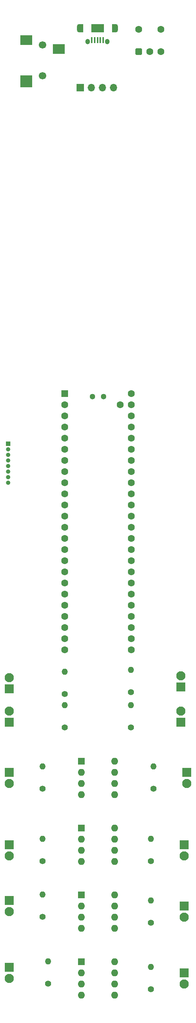
<source format=gbr>
%TF.GenerationSoftware,KiCad,Pcbnew,(6.0.1-0)*%
%TF.CreationDate,2022-01-31T22:43:00-05:00*%
%TF.ProjectId,Podoboard_0.3,506f646f-626f-4617-9264-5f302e332e6b,rev?*%
%TF.SameCoordinates,Original*%
%TF.FileFunction,Soldermask,Top*%
%TF.FilePolarity,Negative*%
%FSLAX46Y46*%
G04 Gerber Fmt 4.6, Leading zero omitted, Abs format (unit mm)*
G04 Created by KiCad (PCBNEW (6.0.1-0)) date 2022-01-31 22:43:00*
%MOMM*%
%LPD*%
G01*
G04 APERTURE LIST*
G04 Aperture macros list*
%AMRoundRect*
0 Rectangle with rounded corners*
0 $1 Rounding radius*
0 $2 $3 $4 $5 $6 $7 $8 $9 X,Y pos of 4 corners*
0 Add a 4 corners polygon primitive as box body*
4,1,4,$2,$3,$4,$5,$6,$7,$8,$9,$2,$3,0*
0 Add four circle primitives for the rounded corners*
1,1,$1+$1,$2,$3*
1,1,$1+$1,$4,$5*
1,1,$1+$1,$6,$7*
1,1,$1+$1,$8,$9*
0 Add four rect primitives between the rounded corners*
20,1,$1+$1,$2,$3,$4,$5,0*
20,1,$1+$1,$4,$5,$6,$7,0*
20,1,$1+$1,$6,$7,$8,$9,0*
20,1,$1+$1,$8,$9,$2,$3,0*%
G04 Aperture macros list end*
%ADD10C,1.600000*%
%ADD11RoundRect,0.400000X-0.400000X0.400000X-0.400000X-0.400000X0.400000X-0.400000X0.400000X0.400000X0*%
%ADD12R,1.700000X1.700000*%
%ADD13O,1.700000X1.700000*%
%ADD14R,1.600000X1.600000*%
%ADD15C,1.300000*%
%ADD16C,1.400000*%
%ADD17O,1.400000X1.400000*%
%ADD18O,1.600000X1.600000*%
%ADD19R,2.100000X2.100000*%
%ADD20C,2.100000*%
%ADD21C,1.700000*%
%ADD22R,2.800000X2.200000*%
%ADD23R,2.800000X2.800000*%
%ADD24R,1.000000X1.000000*%
%ADD25O,1.000000X1.000000*%
%ADD26R,0.400000X1.350000*%
%ADD27O,1.050000X1.250000*%
%ADD28R,2.900000X1.900000*%
%ADD29R,0.875000X1.900000*%
%ADD30O,1.000000X1.900000*%
G04 APERTURE END LIST*
D10*
%TO.C,SW1*%
X66675000Y-16520000D03*
X61595000Y-16520000D03*
D11*
X61595000Y-21600000D03*
D10*
X64135000Y-21600000D03*
X66675000Y-21600000D03*
%TD*%
D12*
%TO.C,J9*%
X48270000Y-29845000D03*
D13*
X50810000Y-29845000D03*
X53350000Y-29845000D03*
X55890000Y-29845000D03*
%TD*%
D14*
%TO.C,U4*%
X44694000Y-99558000D03*
D10*
X44694000Y-102098000D03*
X44694000Y-104638000D03*
X44694000Y-107178000D03*
X44694000Y-109718000D03*
X44694000Y-112258000D03*
X44694000Y-114798000D03*
X44694000Y-117338000D03*
X44694000Y-119878000D03*
X44694000Y-122418000D03*
X44694000Y-124958000D03*
X44694000Y-127498000D03*
X44694000Y-130038000D03*
X44694000Y-132578000D03*
X44694000Y-135118000D03*
X44694000Y-137658000D03*
X44694000Y-140198000D03*
X44694000Y-142738000D03*
X44694000Y-145278000D03*
X44694000Y-147818000D03*
X44694000Y-150358000D03*
X44694000Y-152898000D03*
X44694000Y-155438000D03*
X44694000Y-157978000D03*
X59934000Y-157978000D03*
X59934000Y-155438000D03*
X59934000Y-152898000D03*
X59934000Y-150358000D03*
X59934000Y-147818000D03*
X59934000Y-145278000D03*
X59934000Y-142738000D03*
X59934000Y-140198000D03*
X59934000Y-137658000D03*
X59934000Y-135118000D03*
X59934000Y-132578000D03*
X59934000Y-130038000D03*
X59934000Y-127498000D03*
X59934000Y-124958000D03*
X59934000Y-122418000D03*
X59934000Y-119878000D03*
X59934000Y-117338000D03*
X59934000Y-114798000D03*
X59934000Y-112258000D03*
X59934000Y-109718000D03*
X59934000Y-107178000D03*
X59934000Y-104638000D03*
X59934000Y-102098000D03*
X59934000Y-99558000D03*
X57394000Y-102098000D03*
D15*
X53584000Y-100288000D03*
X51044000Y-100288000D03*
%TD*%
D16*
%TO.C,R13*%
X59817000Y-167667000D03*
D17*
X59817000Y-162587000D03*
%TD*%
D14*
%TO.C,U3*%
X48514000Y-229108000D03*
D18*
X48514000Y-231648000D03*
X48514000Y-234188000D03*
X48514000Y-236728000D03*
X56134000Y-236728000D03*
X56134000Y-234188000D03*
X56134000Y-231648000D03*
X56134000Y-229108000D03*
%TD*%
D16*
%TO.C,R0*%
X39614000Y-189678000D03*
D17*
X39614000Y-184598000D03*
%TD*%
D14*
%TO.C,U2*%
X48514000Y-213868000D03*
D18*
X48514000Y-216408000D03*
X48514000Y-218948000D03*
X48514000Y-221488000D03*
X56134000Y-221488000D03*
X56134000Y-218948000D03*
X56134000Y-216408000D03*
X56134000Y-213868000D03*
%TD*%
D16*
%TO.C,R5*%
X64394000Y-220208000D03*
D17*
X64394000Y-215128000D03*
%TD*%
D19*
%TO.C,J6*%
X72014000Y-202428000D03*
D20*
X72014000Y-204968000D03*
%TD*%
D19*
%TO.C,J2*%
X31994000Y-215128000D03*
D20*
X31994000Y-217668000D03*
%TD*%
D21*
%TO.C,J_GIGUE1*%
X39607000Y-20106000D03*
X39607000Y-27106000D03*
D22*
X43307000Y-21006000D03*
X35907000Y-19006000D03*
D23*
X35907000Y-28406000D03*
%TD*%
D19*
%TO.C,J7*%
X72634000Y-185918000D03*
D20*
X72634000Y-188458000D03*
%TD*%
D16*
%TO.C,R1*%
X65014000Y-189678000D03*
D17*
X65014000Y-184598000D03*
%TD*%
D19*
%TO.C,J12*%
X71247000Y-174498000D03*
D20*
X71247000Y-171958000D03*
%TD*%
D19*
%TO.C,J13*%
X71247000Y-166497000D03*
D20*
X71247000Y-163957000D03*
%TD*%
D24*
%TO.C,J_LCD1*%
X31740000Y-110988000D03*
D25*
X31740000Y-112258000D03*
X31740000Y-113528000D03*
X31740000Y-114798000D03*
X31740000Y-116068000D03*
X31740000Y-117338000D03*
X31740000Y-118608000D03*
X31740000Y-119878000D03*
%TD*%
D16*
%TO.C,R12*%
X59817000Y-175718000D03*
D17*
X59817000Y-170638000D03*
%TD*%
D14*
%TO.C,U1*%
X48514000Y-198628000D03*
D18*
X48514000Y-201168000D03*
X48514000Y-203708000D03*
X48514000Y-206248000D03*
X56134000Y-206248000D03*
X56134000Y-203708000D03*
X56134000Y-201168000D03*
X56134000Y-198628000D03*
%TD*%
D19*
%TO.C,J11*%
X31994000Y-174488000D03*
D20*
X31994000Y-171948000D03*
%TD*%
D16*
%TO.C,R11*%
X44694000Y-175708000D03*
D17*
X44694000Y-170628000D03*
%TD*%
D19*
%TO.C,J3*%
X31994000Y-230368000D03*
D20*
X31994000Y-232908000D03*
%TD*%
D19*
%TO.C,J5*%
X72014000Y-216398000D03*
D20*
X72014000Y-218938000D03*
%TD*%
D16*
%TO.C,R6*%
X40884000Y-234128000D03*
D17*
X40884000Y-229048000D03*
%TD*%
D16*
%TO.C,R4*%
X39614000Y-218888000D03*
D17*
X39614000Y-213808000D03*
%TD*%
D16*
%TO.C,R3*%
X64394000Y-206188000D03*
D17*
X64394000Y-201108000D03*
%TD*%
D19*
%TO.C,J1*%
X31994000Y-202428000D03*
D20*
X31994000Y-204968000D03*
%TD*%
D26*
%TO.C,J8*%
X50897000Y-18953000D03*
X51547000Y-18953000D03*
X52197000Y-18953000D03*
X52847000Y-18953000D03*
X53497000Y-18953000D03*
D27*
X49972000Y-19278000D03*
D28*
X52197000Y-16278000D03*
D29*
X48459500Y-16278000D03*
D27*
X54422000Y-19278000D03*
D30*
X56372000Y-16278000D03*
X48022000Y-16278000D03*
D29*
X55934500Y-16278000D03*
%TD*%
D19*
%TO.C,J4*%
X72014000Y-231638000D03*
D20*
X72014000Y-234178000D03*
%TD*%
D16*
%TO.C,R7*%
X64394000Y-235398000D03*
D17*
X64394000Y-230318000D03*
%TD*%
D19*
%TO.C,J0*%
X31994000Y-185918000D03*
D20*
X31994000Y-188458000D03*
%TD*%
D16*
%TO.C,R2*%
X39614000Y-206188000D03*
D17*
X39614000Y-201108000D03*
%TD*%
D19*
%TO.C,J10*%
X31994000Y-166868000D03*
D20*
X31994000Y-164328000D03*
%TD*%
D14*
%TO.C,U0*%
X48514000Y-183388000D03*
D18*
X48514000Y-185928000D03*
X48514000Y-188468000D03*
X48514000Y-191008000D03*
X56134000Y-191008000D03*
X56134000Y-188468000D03*
X56134000Y-185928000D03*
X56134000Y-183388000D03*
%TD*%
D16*
%TO.C,R10*%
X44694000Y-168088000D03*
D17*
X44694000Y-163008000D03*
%TD*%
M02*

</source>
